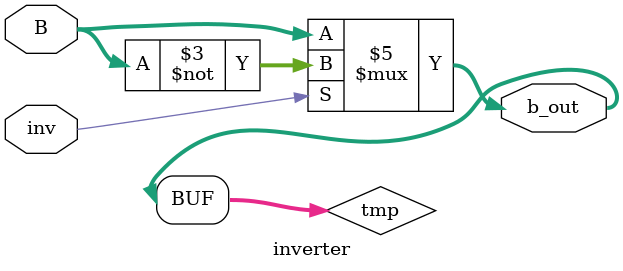
<source format=v>
`timescale 1ns / 1ps


module inverter(
input [7:0] B,
input inv,
output [7:0] b_out
    );
reg [7:0] tmp;

 always @ (inv, B)
    begin
        if (inv == 1)
            tmp <= ~B;
        else 
            tmp <= B;
   end
   assign b_out=tmp;
 
endmodule

</source>
